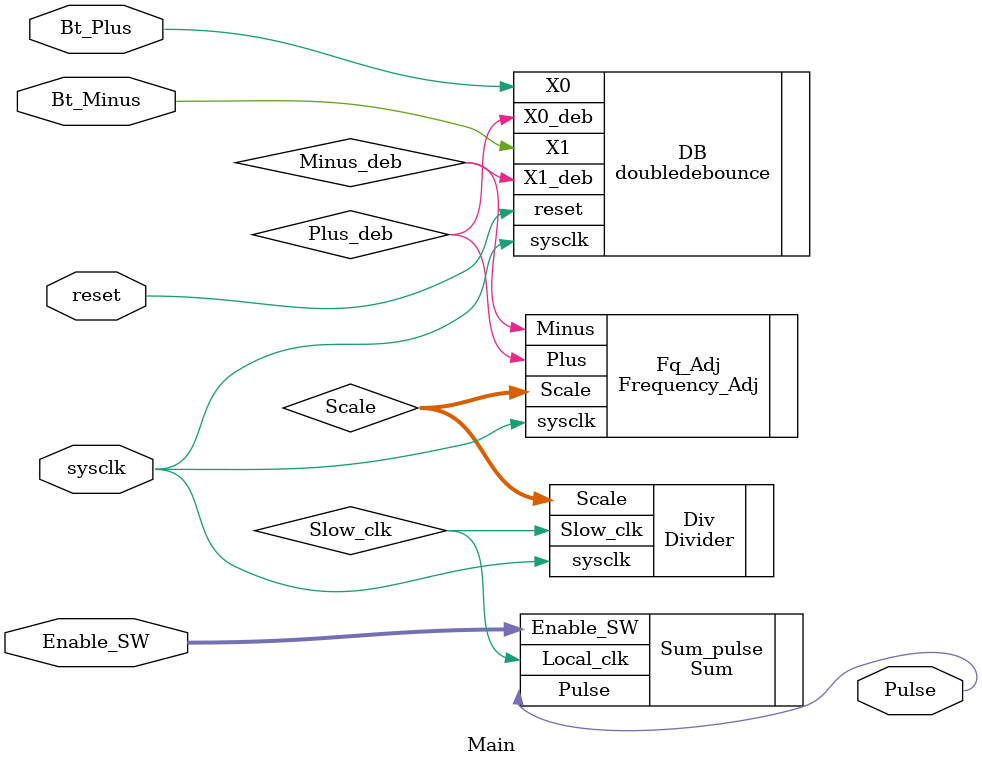
<source format=v>
`include"Frequency_Adj.v"//Finding Frequency Scale
`include"Divider.v"//frequency modulation 
`include"Sum.v"
//doubledebouncer
`include"doubledebounce.v"

module Main (input wire sysclk,
input wire [3:0] Enable_SW,
input wire reset,
input wire Bt_Plus,
input wire Bt_Minus,
output wire Pulse);

// Variables
wire Slow_clk;//divider output
//debouncer output
wire Plus_deb;
wire Minus_deb;
//Frequency_Adj output, Waveforms' input
wire [5:0] Scale;

//Sub modules
// Button Debounce
doubledebounce DB (.X0(Bt_Plus),.X1(Bt_Minus),.reset(reset),.X0_deb(Plus_deb),
.X1_deb(Minus_deb),.sysclk(sysclk));
//Frequency Adjustment
Frequency_Adj Fq_Adj (.sysclk(sysclk),.Plus(Plus_deb),.Minus(Minus_deb),
.Scale(Scale));
//Frequency divider.
Divider Div(.Slow_clk(Slow_clk),
 .Scale(Scale),.sysclk(sysclk));// get a slowed lock 
//Waveforms Generator.

Sum Sum_pulse (.Local_clk(Slow_clk),.Enable_SW(Enable_SW),.Pulse(Pulse));





endmodule
</source>
